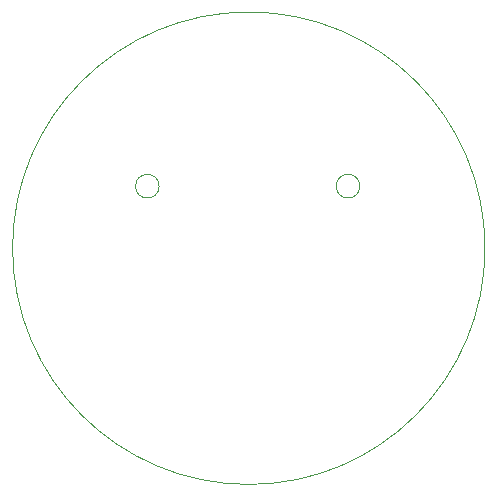
<source format=gbr>
G04 #@! TF.GenerationSoftware,KiCad,Pcbnew,9.0.1*
G04 #@! TF.CreationDate,2025-04-09T17:44:43+02:00*
G04 #@! TF.ProjectId,SMDChaser0805-0603,534d4443-6861-4736-9572-303830352d30,rev?*
G04 #@! TF.SameCoordinates,Original*
G04 #@! TF.FileFunction,Profile,NP*
%FSLAX46Y46*%
G04 Gerber Fmt 4.6, Leading zero omitted, Abs format (unit mm)*
G04 Created by KiCad (PCBNEW 9.0.1) date 2025-04-09 17:44:43*
%MOMM*%
%LPD*%
G01*
G04 APERTURE LIST*
G04 #@! TA.AperFunction,Profile*
%ADD10C,0.120000*%
G04 #@! TD*
G04 APERTURE END LIST*
D10*
X90970020Y-90953120D02*
G75*
G02*
X50970020Y-90953120I-20000000J0D01*
G01*
X50970020Y-90953120D02*
G75*
G02*
X90970020Y-90953120I20000000J0D01*
G01*
X80369800Y-85700400D02*
G75*
G02*
X78369800Y-85700400I-1000000J0D01*
G01*
X78369800Y-85700400D02*
G75*
G02*
X80369800Y-85700400I1000000J0D01*
G01*
X63377200Y-85700400D02*
G75*
G02*
X61377200Y-85700400I-1000000J0D01*
G01*
X61377200Y-85700400D02*
G75*
G02*
X63377200Y-85700400I1000000J0D01*
G01*
M02*

</source>
